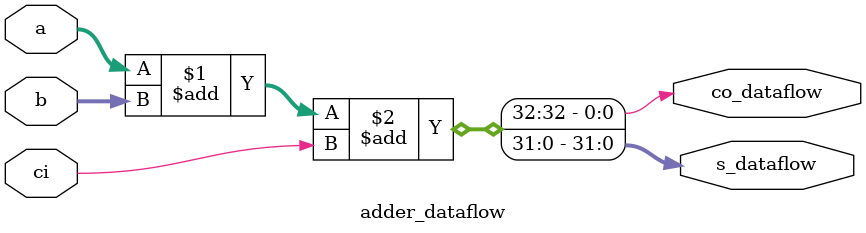
<source format=v>
module adder_dataflow (s_dataflow, co_dataflow, a, b, ci);
parameter width = 32;
output [width-1:0] s_dataflow;
output co_dataflow;
input [width-1:0] a, b;
input ci;

assign {co_dataflow, s_dataflow} = a + b + ci;

endmodule
</source>
